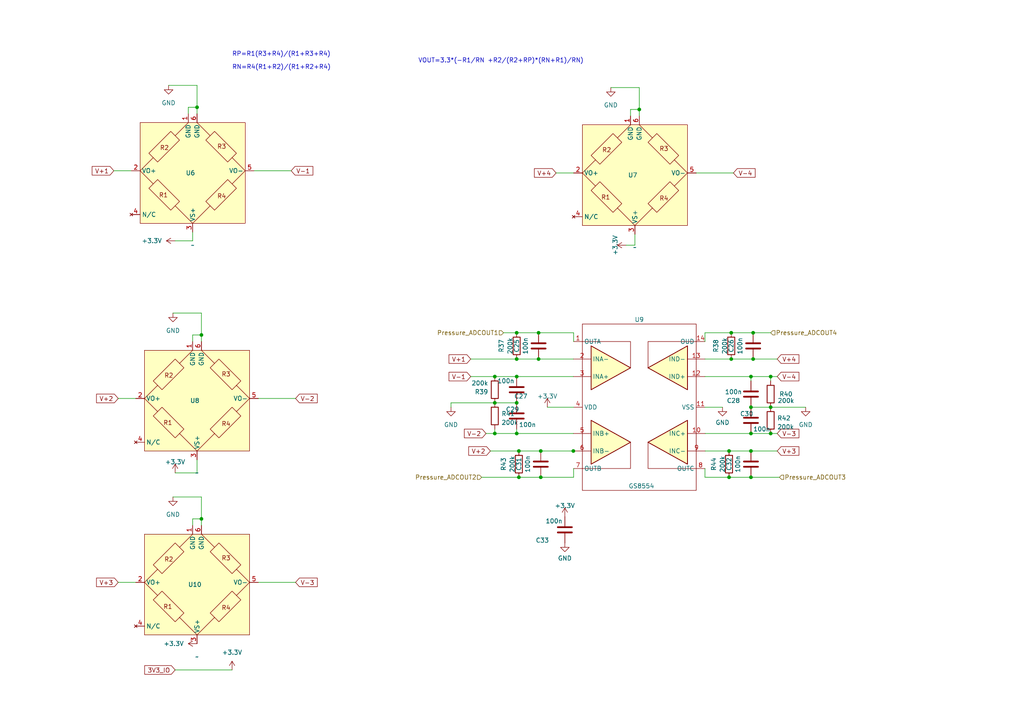
<source format=kicad_sch>
(kicad_sch (version 20231120) (generator "eeschema") (generator_version "8.0")
  (paper "A4")
  (lib_symbols
    (symbol "0_RM2023:Bridge"
      (property "Reference" "U" (at 1.27 -8.89 0))
      (symbol "Bridge_0_0"
        (pin input line (at -1.27 26.67 270) (length 2.54) (name "GND") (number "1"))
        (pin output line (at -17.78 10.16 0) (length 2.54) (name "VO+") (number "2"))
        (pin output line (at 0 -7.62 90) (length 2.54) (name "VS+") (number "3"))
        (pin no_connect line (at -17.78 -2.54 0) (length 2.54) (name "N/C") (number "4"))
        (pin output line (at 17.78 10.16 180) (length 2.54) (name "VO-") (number "5"))
        (pin input line (at 1.27 26.67 270) (length 2.54) (name "GND") (number "6"))
      )
      (symbol "Bridge_0_1"
        (rectangle (start -15.24 24.13) (end 15.24 -5.08) (fill (type background)))
        (polyline (pts (xy -11.43 13.97) (xy -15.24 10.16)))
        (polyline (pts (xy -5.08 0) (xy 0 -5.08)))
        (polyline (pts (xy 5.08 0) (xy 0 -5.08)))
        (polyline (pts (xy 11.43 13.97) (xy 15.24 10.16)))
        (polyline (pts (xy -15.24 10.16) (xy -11.43 6.35) (xy -12.7 5.08) (xy -6.35 -1.27) (xy -3.81 1.27) (xy -10.16 7.62) (xy -11.43 6.35)))
        (polyline (pts (xy -1.27 24.13) (xy -5.08 20.32) (xy -6.35 21.59) (xy -12.7 15.24) (xy -10.16 12.7) (xy -3.81 19.05) (xy -5.08 20.32)))
        (polyline (pts (xy 1.27 24.13) (xy 5.08 20.32) (xy 3.81 19.05) (xy 10.16 12.7) (xy 12.7 15.24) (xy 6.35 21.59) (xy 5.08 20.32)))
        (polyline (pts (xy 15.24 10.16) (xy 11.43 6.35) (xy 10.16 7.62) (xy 3.81 1.27) (xy 6.35 -1.27) (xy 12.7 5.08) (xy 11.43 6.35)))
        (text "R1" (at -8.4766 3.1266 0) (effects (font (size 1.27 1.27))))
        (text "R2" (at -8.1834 16.8491 0) (effects (font (size 1.27 1.27))))
        (text "R3" (at 8.4235 17.2234 0) (effects (font (size 1.27 1.27))))
        (text "R4" (at 8.4235 2.8209 0) (effects (font (size 1.27 1.27))))
      )
    )
    (symbol "Amplifier_Operational:GS8554"
      (property "Reference" "U" (at -1.27 20.32 0))
      (property "Value" "GS8554" (at -1.27 22.86 0))
      (symbol "GS8554_0_0"
        (pin output line (at -20.32 62.23 0) (length 2.54) (name "OUTA") (number "1"))
        (pin input line (at 17.86 35.56 180) (length 5.08) (name "INC+") (number "10"))
        (pin power_in line (at 17.78 43.18 180) (length 2.54) (name "VSS") (number "11"))
        (pin input line (at 17.78 52.07 180) (length 5.08) (name "IND+") (number "12"))
        (pin input line (at 17.78 57.15 180) (length 5.08) (name "IND-") (number "13"))
        (pin output line (at 17.78 62.23 180) (length 2.54) (name "OUD") (number "14"))
        (pin input line (at -20.4 57.15 0) (length 5.08) (name "INA-") (number "2"))
        (pin input line (at -20.4 52.07 0) (length 5.08) (name "INA+") (number "3"))
        (pin power_in line (at -20.32 43.18 0) (length 2.54) (name "VDD") (number "4"))
        (pin input line (at -20.4 35.56 0) (length 5.08) (name "INB+") (number "5"))
        (pin input line (at -20.4 30.48 0) (length 5.08) (name "INB-") (number "6"))
        (pin output line (at -20.32 25.4 0) (length 2.54) (name "OUTB") (number "7"))
        (pin output line (at 17.78 25.4 180) (length 2.54) (name "OUTC") (number "8"))
        (pin input line (at 17.86 30.48 180) (length 5.08) (name "INC-") (number "9"))
      )
      (symbol "GS8554_0_1"
        (rectangle (start -17.78 67.31) (end 15.24 19.05))
        (polyline (pts (xy -3.81 33.02) (xy -15.24 39.37) (xy -15.24 26.67) (xy -3.81 33.02)) (stroke (width 0.254)) (fill (type background)))
        (polyline (pts (xy -3.81 33.02) (xy -3.81 33.02) (xy -3.81 25.4) (xy -17.78 25.4)))
        (polyline (pts (xy -3.81 54.61) (xy -15.24 60.96) (xy -15.24 48.26) (xy -3.81 54.61)) (stroke (width 0.254)) (fill (type background)))
        (polyline (pts (xy 1.27 33.02) (xy 12.7 26.67) (xy 12.7 39.37) (xy 1.27 33.02)) (stroke (width 0.254)) (fill (type background)))
        (polyline (pts (xy 1.27 54.61) (xy 1.27 54.61) (xy 1.27 62.23) (xy 15.24 62.23)))
        (polyline (pts (xy 1.27 54.61) (xy 12.7 48.26) (xy 12.7 60.96) (xy 1.27 54.61)) (stroke (width 0.254)) (fill (type background)))
        (polyline (pts (xy -17.78 62.23) (xy -5.08 62.23) (xy -3.81 62.23) (xy -3.81 54.61) (xy -3.81 54.61)))
        (polyline (pts (xy 15.24 25.4) (xy 2.54 25.4) (xy 1.27 25.4) (xy 1.27 33.02) (xy 1.27 33.02)))
      )
    )
    (symbol "Device:C" (pin_numbers hide) (pin_names (offset 0.254))
      (property "Reference" "C" (at 0.635 2.54 0))
      (property "Value" "C" (at 0.635 -2.54 0))
      (symbol "C_0_1"
        (polyline (pts (xy -2.032 -0.762) (xy 2.032 -0.762)) (stroke (width 0.508)))
        (polyline (pts (xy -2.032 0.762) (xy 2.032 0.762)) (stroke (width 0.508)))
      )
      (symbol "C_1_1"
        (pin passive line (at 0 3.81 270) (length 2.794) (name "~") (number "1"))
        (pin passive line (at 0 -3.81 90) (length 2.794) (name "~") (number "2"))
      )
    )
    (symbol "Device:R" (pin_numbers hide) (pin_names (offset 0))
      (property "Reference" "R" (at 2.032 0 90))
      (property "Value" "R" (at 0 0 90))
      (symbol "R_0_1"
        (rectangle (start -1.016 -2.54) (end 1.016 2.54) (stroke (width 0.254)))
      )
      (symbol "R_1_1"
        (pin passive line (at 0 3.81 270) (length 1.27) (name "~") (number "1"))
        (pin passive line (at 0 -3.81 90) (length 1.27) (name "~") (number "2"))
      )
    )
    (symbol "power:+3.3V" (power) (pin_names (offset 0))
      (property "Value" "+3.3V" (at 0 3.556 0))
      (symbol "+3.3V_0_1"
        (polyline (pts (xy -0.762 1.27) (xy 0 2.54)))
        (polyline (pts (xy 0 0) (xy 0 2.54)))
        (polyline (pts (xy 0 2.54) (xy 0.762 1.27)))
      )
      (symbol "+3.3V_1_1"
        (pin power_in line (at 0 0 90) (length 0) hide (name "+3.3V") (number "1"))
      )
    )
    (symbol "power:GND" (power) (pin_names (offset 0))
      (property "Value" "GND" (at 0 -3.81 0))
      (symbol "GND_0_1"
        (polyline (pts (xy 0 0) (xy 0 -1.27) (xy 1.27 -1.27) (xy 0 -2.54) (xy -1.27 -1.27) (xy 0 -1.27)))
      )
      (symbol "GND_1_1"
        (pin power_in line (at 0 0 270) (length 0) hide (name "GND") (number "1"))
      )
    )
  )
  (junction (at 149.86 116.84))
  (junction (at 58.42 150.495))
  (junction (at 217.805 125.73))
  (junction (at 143.51 125.73))
  (junction (at 57.15 31.115))
  (junction (at 149.86 109.22))
  (junction (at 218.44 96.52))
  (junction (at 217.805 138.43))
  (junction (at 143.51 109.22))
  (junction (at 223.52 118.11))
  (junction (at 156.845 130.81))
  (junction (at 223.52 125.73))
  (junction (at 150.495 138.43))
  (junction (at 149.86 104.14))
  (junction (at 217.805 109.22))
  (junction (at 217.805 130.81))
  (junction (at 156.21 104.14))
  (junction (at 211.455 138.43))
  (junction (at 217.805 118.11))
  (junction (at 166.29 130.81))
  (junction (at 211.455 130.81))
  (junction (at 149.86 125.73))
  (junction (at 218.44 104.14))
  (junction (at 143.51 116.84))
  (junction (at 149.86 96.52))
  (junction (at 156.21 96.52))
  (junction (at 58.42 97.155))
  (junction (at 223.52 109.22))
  (junction (at 212.09 104.14))
  (junction (at 185.42 31.75))
  (junction (at 212.09 96.52))
  (junction (at 156.845 138.43))
  (junction (at 150.495 130.81))
  (wire (pts (xy 217.805 130.81) (xy 211.455 130.81)))
  (wire (pts (xy 55.88 97.155) (xy 55.88 99.06)))
  (wire (pts (xy 185.42 31.75) (xy 185.42 33.655)))
  (wire (pts (xy 212.09 104.14) (xy 204.47 104.14)))
  (wire (pts (xy 204.55 125.73) (xy 217.805 125.73)))
  (wire (pts (xy 85.725 115.57) (xy 74.93 115.57)))
  (wire (pts (xy 166.29 130.81) (xy 166.37 130.81)))
  (wire (pts (xy 58.42 97.155) (xy 58.42 99.06)))
  (wire (pts (xy 225.425 104.14) (xy 218.44 104.14)))
  (wire (pts (xy 156.845 138.43) (xy 166.37 138.43)))
  (wire (pts (xy 140.97 125.73) (xy 143.51 125.73)))
  (wire (pts (xy 34.29 168.91) (xy 39.37 168.91)))
  (wire (pts (xy 217.805 138.43) (xy 226.06 138.43)))
  (wire (pts (xy 143.51 125.73) (xy 149.86 125.73)))
  (wire (pts (xy 223.52 109.22) (xy 217.805 109.22)))
  (wire (pts (xy 150.495 130.81) (xy 156.845 130.81)))
  (wire (pts (xy 54.61 31.115) (xy 57.15 31.115)))
  (wire (pts (xy 223.52 118.11) (xy 217.805 118.11)))
  (wire (pts (xy 182.88 31.75) (xy 182.88 33.655)))
  (wire (pts (xy 156.21 104.14) (xy 166.29 104.14)))
  (wire (pts (xy 142.24 130.81) (xy 150.495 130.81)))
  (wire (pts (xy 55.88 150.495) (xy 58.42 150.495)))
  (wire (pts (xy 182.88 31.75) (xy 185.42 31.75)))
  (wire (pts (xy 149.86 104.14) (xy 156.21 104.14)))
  (wire (pts (xy 33.02 49.53) (xy 38.1 49.53)))
  (wire (pts (xy 217.805 110.49) (xy 217.805 109.22)))
  (wire (pts (xy 223.52 118.11) (xy 233.68 118.11)))
  (wire (pts (xy 58.42 150.495) (xy 58.42 144.145)))
  (wire (pts (xy 149.86 125.73) (xy 166.29 125.73)))
  (wire (pts (xy 156.21 96.52) (xy 166.37 96.52)))
  (wire (pts (xy 166.37 138.43) (xy 166.37 135.89)))
  (wire (pts (xy 57.15 31.115) (xy 57.15 33.02)))
  (wire (pts (xy 55.88 97.155) (xy 58.42 97.155)))
  (wire (pts (xy 136.525 104.14) (xy 149.86 104.14)))
  (wire (pts (xy 149.86 96.52) (xy 156.21 96.52)))
  (wire (pts (xy 185.42 25.4) (xy 177.165 25.4)))
  (wire (pts (xy 139.7 138.43) (xy 150.495 138.43)))
  (wire (pts (xy 217.805 138.43) (xy 211.455 138.43)))
  (wire (pts (xy 58.42 150.495) (xy 58.42 152.4)))
  (wire (pts (xy 218.44 104.14) (xy 212.09 104.14)))
  (wire (pts (xy 55.88 150.495) (xy 55.88 152.4)))
  (wire (pts (xy 57.15 24.765) (xy 48.895 24.765)))
  (wire (pts (xy 218.44 96.52) (xy 212.09 96.52)))
  (wire (pts (xy 223.52 109.22) (xy 225.425 109.22)))
  (wire (pts (xy 223.52 96.52) (xy 218.44 96.52)))
  (wire (pts (xy 161.29 50.165) (xy 166.37 50.165)))
  (wire (pts (xy 149.86 124.46) (xy 149.86 125.73)))
  (wire (pts (xy 211.455 138.43) (xy 204.47 138.43)))
  (wire (pts (xy 130.81 116.84) (xy 130.81 118.11)))
  (wire (pts (xy 150.495 138.43) (xy 156.845 138.43)))
  (wire (pts (xy 136.525 109.22) (xy 143.51 109.22)))
  (wire (pts (xy 57.15 137.16) (xy 50.8 137.16)))
  (wire (pts (xy 212.725 50.165) (xy 201.93 50.165)))
  (wire (pts (xy 185.42 31.75) (xy 185.42 25.4)))
  (wire (pts (xy 223.52 110.49) (xy 223.52 109.22)))
  (wire (pts (xy 217.805 109.22) (xy 204.47 109.22)))
  (wire (pts (xy 184.15 71.12) (xy 181.61 71.12)))
  (wire (pts (xy 55.88 67.31) (xy 55.88 69.85)))
  (wire (pts (xy 54.61 31.115) (xy 54.61 33.02)))
  (wire (pts (xy 204.47 138.43) (xy 204.47 135.89)))
  (wire (pts (xy 34.29 115.57) (xy 39.37 115.57)))
  (wire (pts (xy 143.51 124.46) (xy 143.51 125.73)))
  (wire (pts (xy 223.52 125.73) (xy 225.425 125.73)))
  (wire (pts (xy 209.55 118.11) (xy 204.47 118.11)))
  (wire (pts (xy 58.42 144.145) (xy 50.165 144.145)))
  (wire (pts (xy 225.425 130.81) (xy 217.805 130.81)))
  (wire (pts (xy 146.05 96.52) (xy 149.86 96.52)))
  (wire (pts (xy 143.51 109.22) (xy 149.86 109.22)))
  (wire (pts (xy 85.725 168.91) (xy 74.93 168.91)))
  (wire (pts (xy 55.88 69.85) (xy 50.8 69.85)))
  (wire (pts (xy 166.37 96.52) (xy 166.37 99.06)))
  (wire (pts (xy 184.15 67.945) (xy 184.15 71.12)))
  (wire (pts (xy 84.455 49.53) (xy 73.66 49.53)))
  (wire (pts (xy 67.31 194.31) (xy 50.8 194.31)))
  (wire (pts (xy 58.42 90.805) (xy 50.165 90.805)))
  (wire (pts (xy 130.81 116.84) (xy 143.51 116.84)))
  (wire (pts (xy 156.845 130.81) (xy 166.29 130.81)))
  (wire (pts (xy 204.47 96.52) (xy 204.47 99.06)))
  (wire (pts (xy 211.455 130.81) (xy 204.55 130.81)))
  (wire (pts (xy 217.805 125.73) (xy 223.52 125.73)))
  (wire (pts (xy 158.75 118.11) (xy 166.37 118.11)))
  (wire (pts (xy 149.86 109.22) (xy 166.29 109.22)))
  (wire (pts (xy 212.09 96.52) (xy 204.47 96.52)))
  (wire (pts (xy 57.15 31.115) (xy 57.15 24.765)))
  (wire (pts (xy 58.42 97.155) (xy 58.42 90.805)))
  (wire (pts (xy 143.51 116.84) (xy 149.86 116.84)))
  (wire (pts (xy 57.15 133.35) (xy 57.15 137.16)))
  (text "RP=R1(R3+R4)/(R1+R3+R4)" (at 67.31 16.51 0) (effects (font (size 1.27 1.27)) (justify left bottom)))
  (text "RN=R4(R1+R2)/(R1+R2+R4)" (at 67.31 20.32 0) (effects (font (size 1.27 1.27)) (justify left bottom)))
  (text "VOUT=3.3*(-R1/RN +R2/(R2+RP)*(RN+R1)/RN)" (at 121.285 18.415 0) (effects (font (size 1.27 1.27)) (justify left bottom)))
  (global_label "V+4" (shape input) (at 225.425 104.14 0) (property "Intersheetrefs" "${INTERSHEET_REFS}" (effects (hide yes))))
  (global_label "V+2" (shape input) (at 142.24 130.81 180) (property "Intersheetrefs" "${INTERSHEET_REFS}" (effects (hide yes))))
  (global_label "V-4" (shape input) (at 212.725 50.165 0) (property "Intersheetrefs" "${INTERSHEET_REFS}" (effects (hide yes))))
  (global_label "V-1" (shape input) (at 136.525 109.22 180) (property "Intersheetrefs" "${INTERSHEET_REFS}" (effects (hide yes))))
  (global_label "V+4" (shape input) (at 161.29 50.165 180) (property "Intersheetrefs" "${INTERSHEET_REFS}" (effects (hide yes))))
  (global_label "V+1" (shape input) (at 136.525 104.14 180) (property "Intersheetrefs" "${INTERSHEET_REFS}" (effects (hide yes))))
  (global_label "V-2" (shape input) (at 140.97 125.73 180) (property "Intersheetrefs" "${INTERSHEET_REFS}" (effects (hide yes))))
  (global_label "V+2" (shape input) (at 34.29 115.57 180) (property "Intersheetrefs" "${INTERSHEET_REFS}" (effects (hide yes))))
  (global_label "3V3_IO" (shape input) (at 50.8 194.31 180) (property "Intersheetrefs" "${INTERSHEET_REFS}" (effects (hide yes))))
  (global_label "V-1" (shape input) (at 84.455 49.53 0) (property "Intersheetrefs" "${INTERSHEET_REFS}" (effects (hide yes))))
  (global_label "V-3" (shape input) (at 85.725 168.91 0) (property "Intersheetrefs" "${INTERSHEET_REFS}" (effects (hide yes))))
  (global_label "V-4" (shape input) (at 225.425 109.22 0) (property "Intersheetrefs" "${INTERSHEET_REFS}" (effects (hide yes))))
  (global_label "V-3" (shape input) (at 225.425 125.73 0) (property "Intersheetrefs" "${INTERSHEET_REFS}" (effects (hide yes))))
  (global_label "V-2" (shape input) (at 85.725 115.57 0) (property "Intersheetrefs" "${INTERSHEET_REFS}" (effects (hide yes))))
  (global_label "V+1" (shape input) (at 33.02 49.53 180) (property "Intersheetrefs" "${INTERSHEET_REFS}" (effects (hide yes))))
  (global_label "V+3" (shape input) (at 225.425 130.81 0) (property "Intersheetrefs" "${INTERSHEET_REFS}" (effects (hide yes))))
  (global_label "V+3" (shape input) (at 34.29 168.91 180) (property "Intersheetrefs" "${INTERSHEET_REFS}" (effects (hide yes))))
  (hierarchical_label "Pressure_ADCOUT3" (shape input) (at 226.06 138.43 0))
  (hierarchical_label "Pressure_ADCOUT1" (shape input) (at 146.05 96.52 180))
  (hierarchical_label "Pressure_ADCOUT2" (shape input) (at 139.7 138.43 180))
  (hierarchical_label "Pressure_ADCOUT4" (shape input) (at 223.52 96.52 0))
  (symbol (lib_id "power:GND") (at 209.55 118.11 0) (unit 1)
    (property "Reference" "#PWR0111" (effects (hide yes)))
    (property "Value" "GND" (at 209.55 122.555 0))
  )
  (symbol (lib_id "Device:R") (at 143.51 120.65 0) (unit 1)
    (property "Reference" "R41" (at 145.415 120.015 0) (effects (justify left)))
    (property "Value" "200k" (at 145.415 122.555 0) (effects (justify left)))
    (property "Footprint" "Resistor_SMD:R_0603_1608Metric" (effects (hide yes)))
  )
  (symbol (lib_id "power:GND") (at 48.895 24.765 0) (unit 1)
    (property "Reference" "#PWR0104" (effects (hide yes)))
    (property "Value" "GND" (at 48.895 29.845 0))
  )
  (symbol (lib_id "Device:R") (at 223.52 121.92 0) (unit 1)
    (property "Reference" "R42" (at 225.425 121.285 0) (effects (justify left)))
    (property "Value" "200k" (at 225.425 123.825 0) (effects (justify left)))
    (property "Footprint" "Resistor_SMD:R_0603_1608Metric" (effects (hide yes)))
  )
  (symbol (lib_id "power:GND") (at 233.68 118.11 0) (unit 1)
    (property "Reference" "#PWR0112" (effects (hide yes)))
    (property "Value" "GND" (at 233.68 123.19 0))
  )
  (symbol (lib_id "Amplifier_Operational:GS8554") (at 186.69 161.29 0) (unit 1)
    (property "Reference" "U9" (at 185.42 92.71 0))
    (property "Value" "GS8554" (at 186.055 140.97 0))
    (property "Footprint" "Package_SO:TSSOP-14_4.4x5mm_P0.65mm" (effects (hide yes)))
  )
  (symbol (lib_id "Device:C") (at 149.86 113.03 180) (unit 1)
    (property "Reference" "C27" (at 153.035 114.935 0) (effects (justify left)))
    (property "Value" "100n" (at 149.225 110.49 0) (effects (justify left)))
    (property "Footprint" "Capacitor_SMD:C_0603_1608Metric" (effects (hide yes)))
  )
  (symbol (lib_id "Device:R") (at 149.86 100.33 180) (unit 1)
    (property "Reference" "R37" (at 145.415 100.33 90))
    (property "Value" "200k" (at 147.955 100.33 90))
    (property "Footprint" "Resistor_SMD:R_0603_1608Metric" (effects (hide yes)))
  )
  (symbol (lib_id "Device:C") (at 156.21 100.33 180) (unit 1)
    (property "Reference" "C25" (at 149.86 100.33 90))
    (property "Value" "100n" (at 152.4 100.33 90))
    (property "Footprint" "Capacitor_SMD:C_0603_1608Metric" (effects (hide yes)))
  )
  (symbol (lib_id "Device:C") (at 218.44 100.33 180) (unit 1)
    (property "Reference" "C26" (at 212.09 100.33 90))
    (property "Value" "100n" (at 214.63 100.33 90))
    (property "Footprint" "Capacitor_SMD:C_0603_1608Metric" (effects (hide yes)))
  )
  (symbol (lib_id "Device:R") (at 150.495 134.62 180) (unit 1)
    (property "Reference" "R43" (at 146.05 134.62 90))
    (property "Value" "200k" (at 148.59 134.62 90))
    (property "Footprint" "Resistor_SMD:R_0603_1608Metric" (effects (hide yes)))
  )
  (symbol (lib_id "Device:C") (at 149.86 120.65 0) (unit 1)
    (property "Reference" "C29" (at 146.685 118.745 0) (effects (justify left)))
    (property "Value" "100n" (at 150.495 123.19 0) (effects (justify left)))
    (property "Footprint" "Capacitor_SMD:C_0603_1608Metric" (effects (hide yes)))
  )
  (symbol (lib_id "Device:C") (at 217.805 114.3 0) (unit 1)
    (property "Reference" "C28" (at 212.725 116.205 0))
    (property "Value" "100n" (at 212.725 113.665 0))
    (property "Footprint" "Capacitor_SMD:C_0603_1608Metric" (effects (hide yes)))
  )
  (symbol (lib_id "power:GND") (at 50.165 144.145 0) (unit 1)
    (property "Reference" "#PWR0115" (effects (hide yes)))
    (property "Value" "GND" (at 50.165 149.225 0))
  )
  (symbol (lib_id "Device:C") (at 163.83 153.67 180) (unit 1)
    (property "Reference" "C33" (at 159.258 156.718 0) (effects (justify left)))
    (property "Value" "100n" (at 163.195 151.13 0) (effects (justify left)))
    (property "Footprint" "Capacitor_SMD:C_0603_1608Metric" (effects (hide yes)))
  )
  (symbol (lib_id "power:GND") (at 50.165 90.805 0) (unit 1)
    (property "Reference" "#PWR0108" (effects (hide yes)))
    (property "Value" "GND" (at 50.165 95.885 0))
  )
  (symbol (lib_id "power:+3.3V") (at 57.15 186.69 90) (unit 1)
    (property "Reference" "#PWR0117" (effects (hide yes)))
    (property "Value" "+3.3V" (at 53.34 186.6899 90) (effects (justify left)))
  )
  (symbol (lib_id "Device:R") (at 211.455 134.62 180) (unit 1)
    (property "Reference" "R44" (at 207.01 134.62 90))
    (property "Value" "200k" (at 209.55 134.62 90))
    (property "Footprint" "Resistor_SMD:R_0603_1608Metric" (effects (hide yes)))
  )
  (symbol (lib_id "Device:C") (at 156.845 134.62 180) (unit 1)
    (property "Reference" "C31" (at 150.495 134.62 90))
    (property "Value" "100n" (at 153.035 134.62 90))
    (property "Footprint" "Capacitor_SMD:C_0603_1608Metric" (effects (hide yes)))
  )
  (symbol (lib_id "power:+3.3V") (at 50.8 69.85 90) (unit 1)
    (property "Reference" "#PWR0106" (effects (hide yes)))
    (property "Value" "+3.3V" (at 46.99 69.8499 90) (effects (justify left)))
  )
  (symbol (lib_id "0_RM2023:Bridge") (at 57.15 125.73 0) (unit 1)
    (property "Reference" "U8" (at 56.515 116.205 0))
    (property "Value" "~" (at 57.15 137.16 0))
    (property "Footprint" "0_RM2024:pressure_sensor" (effects (hide yes)))
  )
  (symbol (lib_id "power:+3.3V") (at 67.31 194.31 0) (unit 1)
    (property "Reference" "#PWR055" (effects (hide yes)))
    (property "Value" "+3.3V" (at 67.31 189.23 0))
  )
  (symbol (lib_id "power:GND") (at 177.165 25.4 0) (unit 1)
    (property "Reference" "#PWR0105" (effects (hide yes)))
    (property "Value" "GND" (at 177.165 30.48 0))
  )
  (symbol (lib_id "power:+3.3V") (at 158.75 118.11 0) (unit 1)
    (property "Reference" "#PWR0110" (effects (hide yes)))
    (property "Value" "+3.3V" (at 158.75 114.935 0))
  )
  (symbol (lib_id "Device:R") (at 223.52 114.3 0) (unit 1)
    (property "Reference" "R40" (at 227.965 114.3 0))
    (property "Value" "200k" (at 227.965 116.205 0))
    (property "Footprint" "Resistor_SMD:R_0603_1608Metric" (effects (hide yes)))
  )
  (symbol (lib_id "0_RM2023:Bridge") (at 184.15 60.325 0) (unit 1)
    (property "Reference" "U7" (at 183.515 50.8 0))
    (property "Value" "~" (at 184.15 71.755 0))
    (property "Footprint" "0_RM2024:pressure_sensor" (effects (hide yes)))
  )
  (symbol (lib_id "Device:R") (at 143.51 113.03 180) (unit 1)
    (property "Reference" "R39" (at 141.605 113.665 0) (effects (justify left)))
    (property "Value" "200k" (at 141.605 111.125 0) (effects (justify left)))
    (property "Footprint" "Resistor_SMD:R_0603_1608Metric" (effects (hide yes)))
  )
  (symbol (lib_id "power:GND") (at 163.83 157.48 0) (unit 1)
    (property "Reference" "#PWR0116" (effects (hide yes)))
    (property "Value" "GND" (at 163.83 161.925 0))
  )
  (symbol (lib_id "power:+3.3V") (at 181.61 71.12 90) (unit 1)
    (property "Reference" "#PWR0107" (effects (hide yes)))
    (property "Value" "+3.3V" (at 178.435 71.12 0))
  )
  (symbol (lib_id "power:+3.3V") (at 163.83 149.86 0) (unit 1)
    (property "Reference" "#PWR0114" (effects (hide yes)))
    (property "Value" "+3.3V" (at 163.83 146.685 0))
  )
  (symbol (lib_id "Device:C") (at 217.805 121.92 0) (unit 1)
    (property "Reference" "C30" (at 214.63 120.015 0) (effects (justify left)))
    (property "Value" "100n" (at 218.44 124.46 0) (effects (justify left)))
    (property "Footprint" "Capacitor_SMD:C_0603_1608Metric" (effects (hide yes)))
  )
  (symbol (lib_id "power:GND") (at 130.81 118.11 0) (unit 1)
    (property "Reference" "#PWR0109" (effects (hide yes)))
    (property "Value" "GND" (at 130.81 123.19 0))
  )
  (symbol (lib_id "Device:C") (at 217.805 134.62 180) (unit 1)
    (property "Reference" "C32" (at 211.455 134.62 90))
    (property "Value" "100n" (at 213.995 134.62 90))
    (property "Footprint" "Capacitor_SMD:C_0603_1608Metric" (effects (hide yes)))
  )
  (symbol (lib_id "Device:R") (at 212.09 100.33 180) (unit 1)
    (property "Reference" "R38" (at 207.645 100.33 90))
    (property "Value" "200k" (at 210.185 100.33 90))
    (property "Footprint" "Resistor_SMD:R_0603_1608Metric" (effects (hide yes)))
  )
  (symbol (lib_id "power:+3.3V") (at 50.8 137.16 0) (unit 1)
    (property "Reference" "#PWR0113" (effects (hide yes)))
    (property "Value" "+3.3V" (at 50.8 133.985 0))
  )
  (symbol (lib_id "0_RM2023:Bridge") (at 55.88 59.69 0) (unit 1)
    (property "Reference" "U6" (at 55.245 50.165 0))
    (property "Value" "~" (at 55.88 71.12 0))
    (property "Footprint" "0_RM2024:pressure_sensor" (effects (hide yes)))
  )
  (symbol (lib_id "0_RM2023:Bridge") (at 57.15 179.07 0) (unit 1)
    (property "Reference" "U10" (at 56.515 169.545 0))
    (property "Value" "~" (at 57.15 190.5 0))
    (property "Footprint" "0_RM2024:pressure_sensor" (effects (hide yes)))
  )
)
</source>
